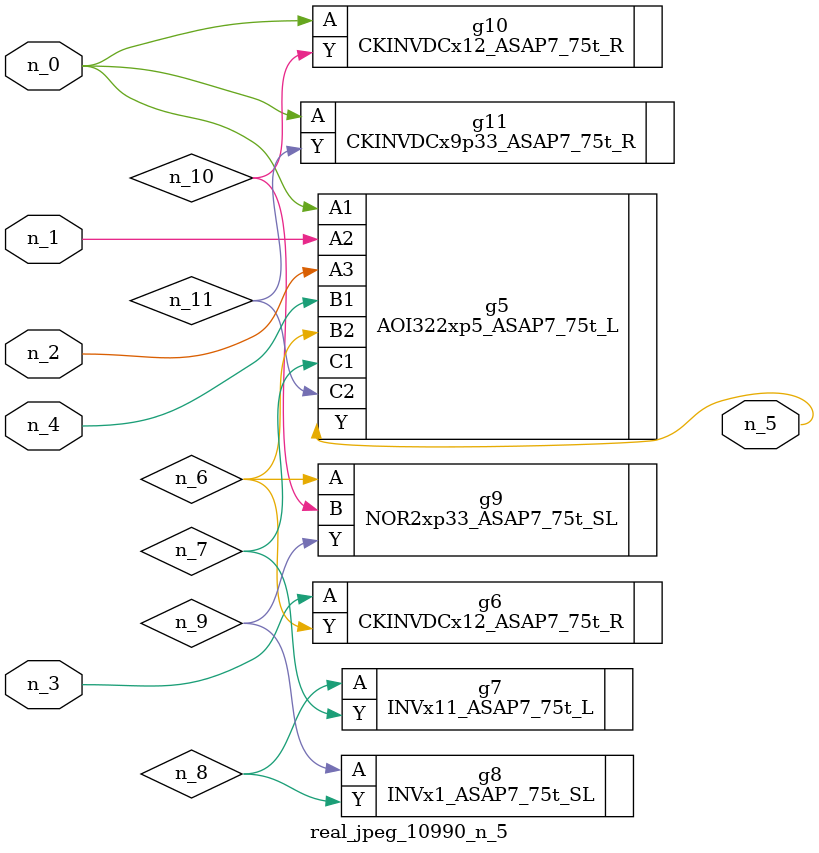
<source format=v>
module real_jpeg_10990_n_5 (n_4, n_0, n_1, n_2, n_3, n_5);

input n_4;
input n_0;
input n_1;
input n_2;
input n_3;

output n_5;

wire n_8;
wire n_11;
wire n_6;
wire n_7;
wire n_10;
wire n_9;

AOI322xp5_ASAP7_75t_L g5 ( 
.A1(n_0),
.A2(n_1),
.A3(n_2),
.B1(n_4),
.B2(n_6),
.C1(n_7),
.C2(n_11),
.Y(n_5)
);

CKINVDCx12_ASAP7_75t_R g10 ( 
.A(n_0),
.Y(n_10)
);

CKINVDCx9p33_ASAP7_75t_R g11 ( 
.A(n_0),
.Y(n_11)
);

CKINVDCx12_ASAP7_75t_R g6 ( 
.A(n_3),
.Y(n_6)
);

NOR2xp33_ASAP7_75t_SL g9 ( 
.A(n_6),
.B(n_10),
.Y(n_9)
);

INVx11_ASAP7_75t_L g7 ( 
.A(n_8),
.Y(n_7)
);

INVx1_ASAP7_75t_SL g8 ( 
.A(n_9),
.Y(n_8)
);


endmodule
</source>
